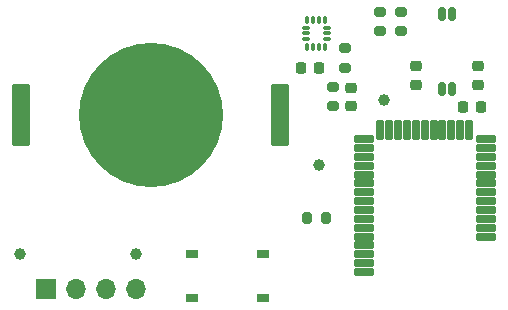
<source format=gbr>
%TF.GenerationSoftware,KiCad,Pcbnew,8.0.3*%
%TF.CreationDate,2024-06-24T08:11:51-04:00*%
%TF.ProjectId,bike_cadence_meter,62696b65-5f63-4616-9465-6e63655f6d65,rev?*%
%TF.SameCoordinates,Original*%
%TF.FileFunction,Soldermask,Top*%
%TF.FilePolarity,Negative*%
%FSLAX46Y46*%
G04 Gerber Fmt 4.6, Leading zero omitted, Abs format (unit mm)*
G04 Created by KiCad (PCBNEW 8.0.3) date 2024-06-24 08:11:51*
%MOMM*%
%LPD*%
G01*
G04 APERTURE LIST*
G04 Aperture macros list*
%AMRoundRect*
0 Rectangle with rounded corners*
0 $1 Rounding radius*
0 $2 $3 $4 $5 $6 $7 $8 $9 X,Y pos of 4 corners*
0 Add a 4 corners polygon primitive as box body*
4,1,4,$2,$3,$4,$5,$6,$7,$8,$9,$2,$3,0*
0 Add four circle primitives for the rounded corners*
1,1,$1+$1,$2,$3*
1,1,$1+$1,$4,$5*
1,1,$1+$1,$6,$7*
1,1,$1+$1,$8,$9*
0 Add four rect primitives between the rounded corners*
20,1,$1+$1,$2,$3,$4,$5,0*
20,1,$1+$1,$4,$5,$6,$7,0*
20,1,$1+$1,$6,$7,$8,$9,0*
20,1,$1+$1,$8,$9,$2,$3,0*%
G04 Aperture macros list end*
%ADD10C,1.000000*%
%ADD11RoundRect,0.200000X0.275000X-0.200000X0.275000X0.200000X-0.275000X0.200000X-0.275000X-0.200000X0*%
%ADD12R,1.700000X1.700000*%
%ADD13O,1.700000X1.700000*%
%ADD14RoundRect,0.200000X-0.275000X0.200000X-0.275000X-0.200000X0.275000X-0.200000X0.275000X0.200000X0*%
%ADD15RoundRect,0.225000X0.225000X0.250000X-0.225000X0.250000X-0.225000X-0.250000X0.225000X-0.250000X0*%
%ADD16RoundRect,0.225000X-0.250000X0.225000X-0.250000X-0.225000X0.250000X-0.225000X0.250000X0.225000X0*%
%ADD17RoundRect,0.200000X-0.200000X-0.275000X0.200000X-0.275000X0.200000X0.275000X-0.200000X0.275000X0*%
%ADD18RoundRect,0.150000X0.725000X0.150000X-0.725000X0.150000X-0.725000X-0.150000X0.725000X-0.150000X0*%
%ADD19RoundRect,0.150000X-0.150000X0.725000X-0.150000X-0.725000X0.150000X-0.725000X0.150000X0.725000X0*%
%ADD20R,1.000000X0.750000*%
%ADD21RoundRect,0.218750X-0.256250X0.218750X-0.256250X-0.218750X0.256250X-0.218750X0.256250X0.218750X0*%
%ADD22RoundRect,0.150000X0.150000X-0.450000X0.150000X0.450000X-0.150000X0.450000X-0.150000X-0.450000X0*%
%ADD23C,12.204000*%
%ADD24RoundRect,0.102000X0.635000X2.540000X-0.635000X2.540000X-0.635000X-2.540000X0.635000X-2.540000X0*%
%ADD25RoundRect,0.087500X-0.087500X0.225000X-0.087500X-0.225000X0.087500X-0.225000X0.087500X0.225000X0*%
%ADD26RoundRect,0.087500X-0.225000X0.087500X-0.225000X-0.087500X0.225000X-0.087500X0.225000X0.087500X0*%
G04 APERTURE END LIST*
D10*
%TO.C,TP4*%
X57250000Y-30750000D03*
%TD*%
%TO.C,VCC*%
X26500000Y-43750000D03*
%TD*%
%TO.C,GND*%
X36250000Y-43750000D03*
%TD*%
%TO.C,P13*%
X51750000Y-36250000D03*
%TD*%
D11*
%TO.C,R5*%
X53000000Y-31250000D03*
X53000000Y-29600000D03*
%TD*%
%TO.C,R2*%
X58750000Y-24900000D03*
X58750000Y-23250000D03*
%TD*%
D12*
%TO.C,J2*%
X28630000Y-46750000D03*
D13*
X31170000Y-46750000D03*
X33710000Y-46750000D03*
X36250000Y-46750000D03*
%TD*%
D14*
%TO.C,R4*%
X54000000Y-26350000D03*
X54000000Y-28000000D03*
%TD*%
%TO.C,R1*%
X56950000Y-23250000D03*
X56950000Y-24900000D03*
%TD*%
D15*
%TO.C,C2*%
X65500000Y-31280000D03*
X63950000Y-31280000D03*
%TD*%
D16*
%TO.C,C6*%
X60000000Y-27862500D03*
X60000000Y-29412500D03*
%TD*%
D15*
%TO.C,C1*%
X51800000Y-27970000D03*
X50250000Y-27970000D03*
%TD*%
D17*
%TO.C,R3*%
X50750000Y-40750000D03*
X52400000Y-40750000D03*
%TD*%
D18*
%TO.C,U1*%
X65900000Y-42280000D03*
X65900000Y-41530000D03*
X65900000Y-40780000D03*
X65900000Y-40030000D03*
X65900000Y-39280000D03*
X65900000Y-38530000D03*
X65900000Y-37780000D03*
X65900000Y-37030000D03*
X65900000Y-36280000D03*
X65900000Y-35530000D03*
X65900000Y-34780000D03*
X65900000Y-34030000D03*
D19*
X64475000Y-33280000D03*
X63725000Y-33280000D03*
X62975000Y-33280000D03*
X62225000Y-33280000D03*
X61475000Y-33280000D03*
X60725000Y-33280000D03*
X59975000Y-33280000D03*
X59225000Y-33280000D03*
X58475000Y-33280000D03*
X57725000Y-33280000D03*
X56975000Y-33280000D03*
D18*
X55550000Y-34030000D03*
X55550000Y-34780000D03*
X55550000Y-35530000D03*
X55550000Y-36280000D03*
X55550000Y-37030000D03*
X55550000Y-37780000D03*
X55550000Y-38530000D03*
X55550000Y-39280000D03*
X55550000Y-40030000D03*
X55550000Y-40780000D03*
X55550000Y-41530000D03*
X55550000Y-42280000D03*
X55550000Y-43030000D03*
X55550000Y-43780000D03*
X55550000Y-44530000D03*
X55550000Y-45280000D03*
%TD*%
D20*
%TO.C,SW1*%
X47000000Y-47500000D03*
X41000000Y-47500000D03*
X47000000Y-43750000D03*
X41000000Y-43750000D03*
%TD*%
D21*
%TO.C,D1*%
X54500000Y-29675000D03*
X54500000Y-31250000D03*
%TD*%
D22*
%TO.C,Y1*%
X62150000Y-23450000D03*
X63050000Y-23450000D03*
X62150000Y-29750000D03*
X63050000Y-29750000D03*
%TD*%
D23*
%TO.C,J1*%
X37515000Y-32000000D03*
D24*
X48500000Y-32000000D03*
X26530000Y-32000000D03*
%TD*%
D16*
%TO.C,C5*%
X65250000Y-27862500D03*
X65250000Y-29412500D03*
%TD*%
D25*
%TO.C,U2*%
X52300000Y-23925000D03*
X51800000Y-23925000D03*
X51300000Y-23925000D03*
X50800000Y-23925000D03*
D26*
X50637500Y-24587500D03*
X50637500Y-25087500D03*
X50637500Y-25587500D03*
D25*
X50800000Y-26250000D03*
X51300000Y-26250000D03*
X51800000Y-26250000D03*
X52300000Y-26250000D03*
D26*
X52462500Y-25587500D03*
X52462500Y-25087500D03*
X52462500Y-24587500D03*
%TD*%
M02*

</source>
